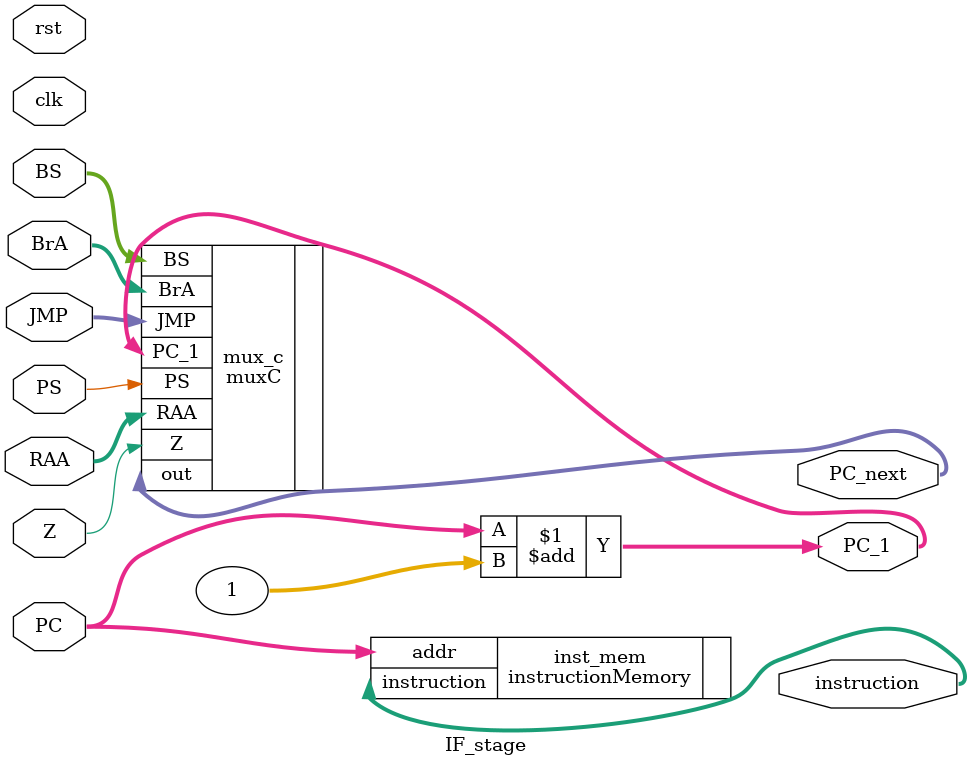
<source format=v>
module IF_stage(
    input wire clk,                  // System clock signal that drives pipeline timing
    input wire rst,                  // Active-high reset signal to initialize components
    input wire [31:0] PC,            // Current Program Counter value from top module (points to instruction to fetch)
    input wire [31:0] BrA,           // Branch target address - calculated in EX stage for conditional branches
    input wire [31:0] RAA,           // Register jump address - used for JMR (Jump Register) instruction, sourced from register
    input wire [31:0] JMP,           // Jump target address - used for JMP (Jump Immediate) instruction
    input wire [1:0] BS,             // Branch Select control - determines type of branch/jump: 00=no branch, 01=conditional, 10=register, 11=direct
    input wire PS,                   // Program Select control - selects branch condition polarity: 0=branch if Z, 1=branch if !Z
    input wire Z,                    // Zero flag from ALU in EX stage - used for conditional branch decisions
    output wire [31:0] PC_next,      // Next PC value output - will become the new PC on next clock cycle
    output wire [31:0] PC_1,         // PC + 1 value - used for sequential execution and as return address for jump-and-link
    output wire [31:0] instruction   // Current instruction fetched from instruction memory at address PC
);
    /*
     * Instruction Fetch (IF) Stage - First stage of 4-stage RISC CPU pipeline
     *
     * Purpose and Operation:
     * ---------------------
     * The IF stage is responsible for fetching the current instruction pointed to by PC
     * and determining the next PC value based on branch/jump conditions.
     *
     * This stage coordinates three key operations:
     * 1. Reading the instruction at the current PC from instruction memory
     * 2. Incrementing PC to PC+1 for potential sequential execution
     * 3. Selecting the next PC value based on control signals and condition flags
     *
     * The PC update actually happens in the top module, where PC is stored in a
     * pipeline register and updated on the negative clock edge.
     *
     * Branch/Jump Selection Logic:
     * --------------------------
     * The MuxC component selects the next PC value from four possible sources:
     * - PC+1: Sequential execution (next instruction)
     * - BrA: Branch target address (for conditional branches)
     * - RAA: Register address (for jumps to address in register)
     * - JMP: Jump target address (for direct jumps)
     *
     * The selection is controlled by BS (Branch Select) and the branch 
     * condition is determined by PS (Program Select) and Z (Zero flag).
     */

    // Calculate PC+1 for sequential execution and branch calculations
    // This is used both for sequential execution and as a return address for jump-and-link
    assign PC_1 = PC + 32'h1;
    
    // Instruction Memory - Retrieves the instruction at the current PC address
    // This is an asynchronous read operation - the instruction is available immediately
    instructionMemory inst_mem(
        .addr(PC),                // Current PC value as memory address
        .instruction(instruction)  // Fetched instruction output
    );

    // MuxC - Next PC Selection Multiplexer
    // Determines the next PC value based on branch/jump control signals
    muxC mux_c(
        .PC_1(PC_1),          // PC+1 for sequential execution (no branch/jump)
        .BrA(BrA),            // Branch target address (for conditional branches - BZ/BNZ)
        .RAA(RAA),            // Register jump target (for JMR - Jump to Register)
        .JMP(JMP),            // Immediate jump target (for JMP - Jump Immediate)
        .BS(BS),              // Branch Select control - determines branch/jump type
        .PS(PS),              // Program Select - determines branch condition polarity
        .Z(Z),                // Zero flag - used for conditional branch decisions
        .out(PC_next)         // Selected next PC value output
    );

endmodule 
</source>
